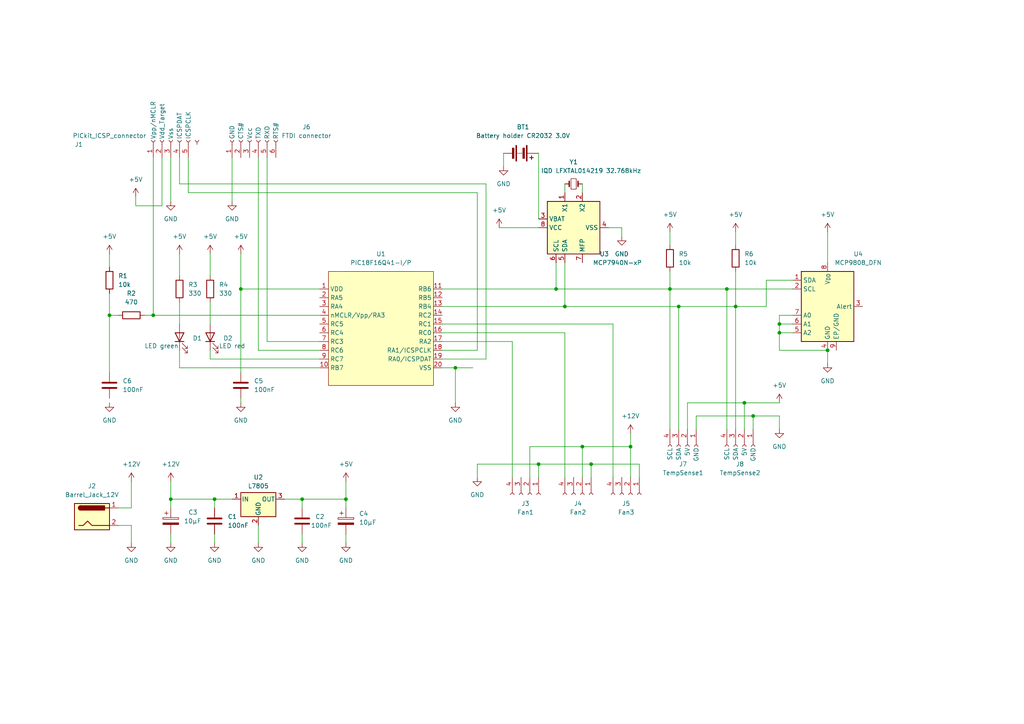
<source format=kicad_sch>
(kicad_sch (version 20230121) (generator eeschema)
  (paper "A4")
  (lib_symbols
    (symbol "Connector:Barrel_Jack" (pin_names (offset 1.016))
      (property "Reference" "J" (at 0 5.334 0))
      (property "Value" "Barrel_Jack" (at 0 -5.08 0))
      (symbol "Barrel_Jack_0_1"
        (rectangle (start -5.08 3.81) (end 5.08 -3.81) (stroke (width 0.254)) (fill (type background)))
        (arc (start -3.302 3.175) (mid -3.9343 2.54) (end -3.302 1.905) (stroke (width 0.254)))
        (arc (start -3.302 3.175) (mid -3.9343 2.54) (end -3.302 1.905) (stroke (width 0.254)) (fill (type outline)))
        (polyline (pts (xy 5.08 2.54) (xy 3.81 2.54)) (stroke (width 0.254)))
        (polyline (pts (xy -3.81 -2.54) (xy -2.54 -2.54) (xy -1.27 -1.27) (xy 0 -2.54) (xy 2.54 -2.54) (xy 5.08 -2.54)) (stroke (width 0.254)))
        (rectangle (start 3.683 3.175) (end -3.302 1.905) (stroke (width 0.254)) (fill (type outline)))
      )
      (symbol "Barrel_Jack_1_1"
        (pin passive line (at 7.62 2.54 180) (length 2.54) (name "~") (number "1"))
        (pin passive line (at 7.62 -2.54 180) (length 2.54) (name "~") (number "2"))
      )
    )
    (symbol "Connector:Conn_01x04_Socket" (pin_names (offset 1.016) hide)
      (property "Reference" "J" (at 0 5.08 0))
      (property "Value" "Conn_01x04_Socket" (at 0 -7.62 0))
      (symbol "Conn_01x04_Socket_1_1"
        (arc (start 0 -4.572) (mid -0.5058 -5.08) (end 0 -5.588) (stroke (width 0.1524)))
        (arc (start 0 -2.032) (mid -0.5058 -2.54) (end 0 -3.048) (stroke (width 0.1524)))
        (polyline (pts (xy -1.27 -5.08) (xy -0.508 -5.08)) (stroke (width 0.1524)))
        (polyline (pts (xy -1.27 -2.54) (xy -0.508 -2.54)) (stroke (width 0.1524)))
        (polyline (pts (xy -1.27 0) (xy -0.508 0)) (stroke (width 0.1524)))
        (polyline (pts (xy -1.27 2.54) (xy -0.508 2.54)) (stroke (width 0.1524)))
        (arc (start 0 0.508) (mid -0.5058 0) (end 0 -0.508) (stroke (width 0.1524)))
        (arc (start 0 3.048) (mid -0.5058 2.54) (end 0 2.032) (stroke (width 0.1524)))
        (pin passive line (at -5.08 2.54 0) (length 3.81) (name "Pin_1") (number "1"))
        (pin passive line (at -5.08 0 0) (length 3.81) (name "Pin_2") (number "2"))
        (pin passive line (at -5.08 -2.54 0) (length 3.81) (name "Pin_3") (number "3"))
        (pin passive line (at -5.08 -5.08 0) (length 3.81) (name "Pin_4") (number "4"))
      )
    )
    (symbol "Device:Battery" (pin_numbers hide) (pin_names (offset 0) hide)
      (property "Reference" "BT" (at 2.54 2.54 0))
      (property "Value" "Battery" (at 2.54 0 0))
      (symbol "Battery_0_1"
        (rectangle (start -2.286 -1.27) (end 2.286 -1.524) (fill (type outline)))
        (rectangle (start -2.286 1.778) (end 2.286 1.524) (fill (type outline)))
        (rectangle (start -1.524 -2.032) (end 1.524 -2.54) (fill (type outline)))
        (rectangle (start -1.524 1.016) (end 1.524 0.508) (fill (type outline)))
        (polyline (pts (xy 0 -1.016) (xy 0 -0.762)))
        (polyline (pts (xy 0 -0.508) (xy 0 -0.254)))
        (polyline (pts (xy 0 0) (xy 0 0.254)))
        (polyline (pts (xy 0 1.778) (xy 0 2.54)))
        (polyline (pts (xy 0.762 3.048) (xy 1.778 3.048)) (stroke (width 0.254)))
        (polyline (pts (xy 1.27 3.556) (xy 1.27 2.54)) (stroke (width 0.254)))
      )
      (symbol "Battery_1_1"
        (pin passive line (at 0 5.08 270) (length 2.54) (name "+") (number "1"))
        (pin passive line (at 0 -5.08 90) (length 2.54) (name "-") (number "2"))
      )
    )
    (symbol "Device:C" (pin_numbers hide) (pin_names (offset 0.254))
      (property "Reference" "C" (at 0.635 2.54 0))
      (property "Value" "C" (at 0.635 -2.54 0))
      (symbol "C_0_1"
        (polyline (pts (xy -2.032 -0.762) (xy 2.032 -0.762)) (stroke (width 0.508)))
        (polyline (pts (xy -2.032 0.762) (xy 2.032 0.762)) (stroke (width 0.508)))
      )
      (symbol "C_1_1"
        (pin passive line (at 0 3.81 270) (length 2.794) (name "~") (number "1"))
        (pin passive line (at 0 -3.81 90) (length 2.794) (name "~") (number "2"))
      )
    )
    (symbol "Device:C_Polarized" (pin_numbers hide) (pin_names (offset 0.254))
      (property "Reference" "C" (at 0.635 2.54 0))
      (property "Value" "C_Polarized" (at 0.635 -2.54 0))
      (symbol "C_Polarized_0_1"
        (rectangle (start -2.286 0.508) (end 2.286 1.016))
        (polyline (pts (xy -1.778 2.286) (xy -0.762 2.286)))
        (polyline (pts (xy -1.27 2.794) (xy -1.27 1.778)))
        (rectangle (start 2.286 -0.508) (end -2.286 -1.016) (fill (type outline)))
      )
      (symbol "C_Polarized_1_1"
        (pin passive line (at 0 3.81 270) (length 2.794) (name "~") (number "1"))
        (pin passive line (at 0 -3.81 90) (length 2.794) (name "~") (number "2"))
      )
    )
    (symbol "Device:Crystal_Small" (pin_numbers hide) (pin_names (offset 1.016) hide)
      (property "Reference" "Y" (at 0 2.54 0))
      (property "Value" "Crystal_Small" (at 0 -2.54 0))
      (symbol "Crystal_Small_0_1"
        (rectangle (start -0.762 -1.524) (end 0.762 1.524))
        (polyline (pts (xy -1.27 -0.762) (xy -1.27 0.762)) (stroke (width 0.381)))
        (polyline (pts (xy 1.27 -0.762) (xy 1.27 0.762)) (stroke (width 0.381)))
      )
      (symbol "Crystal_Small_1_1"
        (pin passive line (at -2.54 0 0) (length 1.27) (name "1") (number "1"))
        (pin passive line (at 2.54 0 180) (length 1.27) (name "2") (number "2"))
      )
    )
    (symbol "Device:LED" (pin_numbers hide) (pin_names (offset 1.016) hide)
      (property "Reference" "D" (at 0 2.54 0))
      (property "Value" "LED" (at 0 -2.54 0))
      (symbol "LED_0_1"
        (polyline (pts (xy -1.27 -1.27) (xy -1.27 1.27)) (stroke (width 0.254)))
        (polyline (pts (xy -1.27 0) (xy 1.27 0)))
        (polyline (pts (xy 1.27 -1.27) (xy 1.27 1.27) (xy -1.27 0) (xy 1.27 -1.27)) (stroke (width 0.254)))
        (polyline (pts (xy -3.048 -0.762) (xy -4.572 -2.286) (xy -3.81 -2.286) (xy -4.572 -2.286) (xy -4.572 -1.524)))
        (polyline (pts (xy -1.778 -0.762) (xy -3.302 -2.286) (xy -2.54 -2.286) (xy -3.302 -2.286) (xy -3.302 -1.524)))
      )
      (symbol "LED_1_1"
        (pin passive line (at -3.81 0 0) (length 2.54) (name "K") (number "1"))
        (pin passive line (at 3.81 0 180) (length 2.54) (name "A") (number "2"))
      )
    )
    (symbol "Device:R" (pin_numbers hide) (pin_names (offset 0))
      (property "Reference" "R" (at 2.032 0 90))
      (property "Value" "R" (at 0 0 90))
      (symbol "R_0_1"
        (rectangle (start -1.016 -2.54) (end 1.016 2.54) (stroke (width 0.254)))
      )
      (symbol "R_1_1"
        (pin passive line (at 0 3.81 270) (length 1.27) (name "~") (number "1"))
        (pin passive line (at 0 -3.81 90) (length 1.27) (name "~") (number "2"))
      )
    )
    (symbol "New_Library:FTDI connector 6pin" (pin_names (offset 1.524))
      (property "Reference" "J" (at 2.54 12.7 0))
      (property "Value" "FTDI connector" (at 2.54 10.16 0))
      (symbol "FTDI connector 6pin_1_1"
        (polyline (pts (xy 3.81 -6.35) (xy 4.572 -6.35)) (stroke (width 0.1524)))
        (polyline (pts (xy 3.81 -3.81) (xy 4.572 -3.81)) (stroke (width 0.1524)))
        (polyline (pts (xy 3.81 -1.27) (xy 4.572 -1.27)) (stroke (width 0.1524)))
        (polyline (pts (xy 3.81 1.27) (xy 4.572 1.27)) (stroke (width 0.1524)))
        (polyline (pts (xy 3.81 3.81) (xy 4.572 3.81)) (stroke (width 0.1524)))
        (polyline (pts (xy 3.81 6.35) (xy 4.572 6.35)) (stroke (width 0.1524)))
        (arc (start 5.08 -5.842) (mid 4.5742 -6.35) (end 5.08 -6.858) (stroke (width 0.1524)))
        (arc (start 5.08 -3.302) (mid 4.5742 -3.81) (end 5.08 -4.318) (stroke (width 0.1524)))
        (arc (start 5.08 -0.762) (mid 4.5742 -1.27) (end 5.08 -1.778) (stroke (width 0.1524)))
        (arc (start 5.08 1.778) (mid 4.5742 1.27) (end 5.08 0.762) (stroke (width 0.1524)))
        (arc (start 5.08 4.318) (mid 4.5742 3.81) (end 5.08 3.302) (stroke (width 0.1524)))
        (arc (start 5.08 6.858) (mid 4.5742 6.35) (end 5.08 5.842) (stroke (width 0.1524)))
        (pin power_in line (at 0 6.35 0) (length 3.81) (name "GND") (number "1"))
        (pin bidirectional line (at 0 3.81 0) (length 3.81) (name "CTS#") (number "2"))
        (pin power_in line (at 0 1.27 0) (length 3.81) (name "Vcc") (number "3"))
        (pin bidirectional line (at 0 -1.27 0) (length 3.81) (name "TXD") (number "4"))
        (pin bidirectional line (at 0 -3.81 0) (length 3.81) (name "RXD") (number "5"))
        (pin bidirectional line (at 0 -6.35 0) (length 3.81) (name "RTS#") (number "6"))
      )
    )
    (symbol "New_Library:I2C connector" (pin_names (offset 1.524))
      (property "Reference" "J" (at 0 5.08 0))
      (property "Value" "I2C connector" (at 0 -7.62 0))
      (symbol "I2C connector_1_1"
        (arc (start 0 -4.572) (mid -0.5058 -5.08) (end 0 -5.588) (stroke (width 0.1524)))
        (arc (start 0 -2.032) (mid -0.5058 -2.54) (end 0 -3.048) (stroke (width 0.1524)))
        (polyline (pts (xy -1.27 -5.08) (xy -0.508 -5.08)) (stroke (width 0.1524)))
        (polyline (pts (xy -1.27 -2.54) (xy -0.508 -2.54)) (stroke (width 0.1524)))
        (polyline (pts (xy -1.27 0) (xy -0.508 0)) (stroke (width 0.1524)))
        (polyline (pts (xy -1.27 2.54) (xy -0.508 2.54)) (stroke (width 0.1524)))
        (arc (start 0 0.508) (mid -0.5058 0) (end 0 -0.508) (stroke (width 0.1524)))
        (arc (start 0 3.048) (mid -0.5058 2.54) (end 0 2.032) (stroke (width 0.1524)))
        (pin power_out line (at -5.08 2.54 0) (length 3.81) (name "GND") (number "1"))
        (pin power_out line (at -5.08 0 0) (length 3.81) (name "5V") (number "2"))
        (pin bidirectional line (at -5.08 -2.54 0) (length 3.81) (name "SDA") (number "3"))
        (pin bidirectional line (at -5.08 -5.08 0) (length 3.81) (name "SCL") (number "4"))
      )
    )
    (symbol "New_Library:PIC18F16Q41-I/P"
      (property "Reference" "U" (at -5.08 20.32 0))
      (property "Value" "PIC18F16Q41-I/P" (at 0 17.78 0))
      (symbol "PIC18F16Q41-I/P_1_1"
        (rectangle (start -15.24 16.51) (end 15.24 -16.51) (fill (type background)))
        (pin power_in line (at -17.78 11.43 0) (length 2.54) (name "VDD") (number "1"))
        (pin bidirectional line (at -17.78 -11.43 0) (length 2.54) (name "RB7") (number "10"))
        (pin bidirectional line (at 17.78 11.43 180) (length 2.54) (name "RB6") (number "11"))
        (pin bidirectional line (at 17.78 8.89 180) (length 2.54) (name "RB5") (number "12"))
        (pin bidirectional line (at 17.78 6.35 180) (length 2.54) (name "RB4") (number "13"))
        (pin bidirectional line (at 17.78 3.81 180) (length 2.54) (name "RC2") (number "14"))
        (pin bidirectional line (at 17.78 1.27 180) (length 2.54) (name "RC1") (number "15"))
        (pin bidirectional line (at 17.78 -1.27 180) (length 2.54) (name "RC0") (number "16"))
        (pin bidirectional line (at 17.78 -3.81 180) (length 2.54) (name "RA2") (number "17"))
        (pin bidirectional line (at 17.78 -6.35 180) (length 2.54) (name "RA1/ICSPCLK") (number "18"))
        (pin bidirectional line (at 17.78 -8.89 180) (length 2.54) (name "RA0/ICSPDAT") (number "19"))
        (pin bidirectional line (at -17.78 8.89 0) (length 2.54) (name "RA5") (number "2"))
        (pin power_in line (at 17.78 -11.43 180) (length 2.54) (name "VSS") (number "20"))
        (pin bidirectional line (at -17.78 6.35 0) (length 2.54) (name "RA4") (number "3"))
        (pin bidirectional line (at -17.78 3.81 0) (length 2.54) (name "nMCLR/Vpp/RA3") (number "4"))
        (pin bidirectional line (at -17.78 1.27 0) (length 2.54) (name "RC5") (number "5"))
        (pin bidirectional line (at -17.78 -1.27 0) (length 2.54) (name "RC4") (number "6"))
        (pin bidirectional line (at -17.78 -3.81 0) (length 2.54) (name "RC3") (number "7"))
        (pin bidirectional line (at -17.78 -6.35 0) (length 2.54) (name "RC6") (number "8"))
        (pin bidirectional line (at -17.78 -8.89 0) (length 2.54) (name "RC7") (number "9"))
      )
    )
    (symbol "New_Library:PICkit_ICD_ICSP_connector" (pin_names (offset 1.524))
      (property "Reference" "J" (at 2.54 12.7 0))
      (property "Value" "PICkit_ICSP_connector" (at 2.54 10.16 0))
      (symbol "PICkit_ICD_ICSP_connector_1_1"
        (polyline (pts (xy 3.81 -6.35) (xy 4.572 -6.35)) (stroke (width 0.1524)))
        (polyline (pts (xy 3.81 -3.81) (xy 4.572 -3.81)) (stroke (width 0.1524)))
        (polyline (pts (xy 3.81 -1.27) (xy 4.572 -1.27)) (stroke (width 0.1524)))
        (polyline (pts (xy 3.81 1.27) (xy 4.572 1.27)) (stroke (width 0.1524)))
        (polyline (pts (xy 3.81 3.81) (xy 4.572 3.81)) (stroke (width 0.1524)))
        (polyline (pts (xy 3.81 6.35) (xy 4.572 6.35)) (stroke (width 0.1524)))
        (arc (start 5.08 -5.842) (mid 4.5742 -6.35) (end 5.08 -6.858) (stroke (width 0.1524)))
        (arc (start 5.08 -3.302) (mid 4.5742 -3.81) (end 5.08 -4.318) (stroke (width 0.1524)))
        (arc (start 5.08 -0.762) (mid 4.5742 -1.27) (end 5.08 -1.778) (stroke (width 0.1524)))
        (arc (start 5.08 1.778) (mid 4.5742 1.27) (end 5.08 0.762) (stroke (width 0.1524)))
        (arc (start 5.08 4.318) (mid 4.5742 3.81) (end 5.08 3.302) (stroke (width 0.1524)))
        (arc (start 5.08 6.858) (mid 4.5742 6.35) (end 5.08 5.842) (stroke (width 0.1524)))
        (pin passive line (at 0 6.35 0) (length 3.81) (name "Vpp/nMCLR") (number "1"))
        (pin passive line (at 0 3.81 0) (length 3.81) (name "Vdd_Target") (number "2"))
        (pin passive line (at 0 1.27 0) (length 3.81) (name "Vss") (number "3"))
        (pin passive line (at 0 -1.27 0) (length 3.81) (name "ICSPDAT") (number "4"))
        (pin passive line (at 0 -3.81 0) (length 3.81) (name "ICSPCLK") (number "5"))
        (pin no_connect line (at 0 -6.35 0) (length 3.81) hide (name "No_Connect") (number "6"))
      )
    )
    (symbol "Regulator_Linear:L7805" (pin_names (offset 0.254))
      (property "Reference" "U" (at -3.81 3.175 0))
      (property "Value" "L7805" (at 0 3.175 0))
      (symbol "L7805_0_1"
        (rectangle (start -5.08 1.905) (end 5.08 -5.08) (stroke (width 0.254)) (fill (type background)))
      )
      (symbol "L7805_1_1"
        (pin power_in line (at -7.62 0 0) (length 2.54) (name "IN") (number "1"))
        (pin power_in line (at 0 -7.62 90) (length 2.54) (name "GND") (number "2"))
        (pin power_out line (at 7.62 0 180) (length 2.54) (name "OUT") (number "3"))
      )
    )
    (symbol "Sensor_Temperature:MCP9808_DFN"
      (property "Reference" "U" (at -6.35 11.43 0))
      (property "Value" "MCP9808_DFN" (at 10.16 11.43 0))
      (symbol "MCP9808_DFN_0_1"
        (rectangle (start -7.62 10.16) (end 7.62 -10.16) (stroke (width 0.254)) (fill (type background)))
      )
      (symbol "MCP9808_DFN_1_1"
        (pin bidirectional line (at -10.16 7.62 0) (length 2.54) (name "SDA") (number "1"))
        (pin input line (at -10.16 5.08 0) (length 2.54) (name "SCL") (number "2"))
        (pin output line (at 10.16 0 180) (length 2.54) (name "Alert") (number "3"))
        (pin power_in line (at 0 -12.7 90) (length 2.54) (name "GND") (number "4"))
        (pin input line (at -10.16 -7.62 0) (length 2.54) (name "A2") (number "5"))
        (pin input line (at -10.16 -5.08 0) (length 2.54) (name "A1") (number "6"))
        (pin input line (at -10.16 -2.54 0) (length 2.54) (name "A0") (number "7"))
        (pin power_in line (at 0 12.7 270) (length 2.54) (name "V_{DD}") (number "8"))
        (pin power_in line (at 2.54 -12.7 90) (length 2.54) (name "EP/GND") (number "9"))
      )
    )
    (symbol "Timer_RTC:MCP7940N-xP"
      (property "Reference" "U" (at -6.35 8.89 0))
      (property "Value" "MCP7940N-xP" (at 11.43 8.89 0))
      (symbol "MCP7940N-xP_0_1"
        (rectangle (start -7.62 7.62) (end 7.62 -7.62) (stroke (width 0.254)) (fill (type background)))
      )
      (symbol "MCP7940N-xP_1_1"
        (pin input line (at 10.16 2.54 180) (length 2.54) (name "X1") (number "1"))
        (pin output line (at 10.16 -2.54 180) (length 2.54) (name "X2") (number "2"))
        (pin power_in line (at 2.54 10.16 270) (length 2.54) (name "VBAT") (number "3"))
        (pin power_in line (at 0 -10.16 90) (length 2.54) (name "VSS") (number "4"))
        (pin bidirectional line (at -10.16 2.54 0) (length 2.54) (name "SDA") (number "5"))
        (pin input line (at -10.16 5.08 0) (length 2.54) (name "SCL") (number "6"))
        (pin open_collector line (at -10.16 -2.54 0) (length 2.54) (name "MFP") (number "7"))
        (pin power_in line (at 0 10.16 270) (length 2.54) (name "VCC") (number "8"))
      )
    )
    (symbol "power:+12V" (power) (pin_names (offset 0))
      (property "Value" "+12V" (at 0 3.556 0))
      (symbol "+12V_0_1"
        (polyline (pts (xy -0.762 1.27) (xy 0 2.54)))
        (polyline (pts (xy 0 0) (xy 0 2.54)))
        (polyline (pts (xy 0 2.54) (xy 0.762 1.27)))
      )
      (symbol "+12V_1_1"
        (pin power_in line (at 0 0 90) (length 0) hide (name "+12V") (number "1"))
      )
    )
    (symbol "power:+5V" (power) (pin_names (offset 0))
      (property "Value" "+5V" (at 0 3.556 0))
      (symbol "+5V_0_1"
        (polyline (pts (xy -0.762 1.27) (xy 0 2.54)))
        (polyline (pts (xy 0 0) (xy 0 2.54)))
        (polyline (pts (xy 0 2.54) (xy 0.762 1.27)))
      )
      (symbol "+5V_1_1"
        (pin power_in line (at 0 0 90) (length 0) hide (name "+5V") (number "1"))
      )
    )
    (symbol "power:GND" (power) (pin_names (offset 0))
      (property "Value" "GND" (at 0 -3.81 0))
      (symbol "GND_0_1"
        (polyline (pts (xy 0 0) (xy 0 -1.27) (xy 1.27 -1.27) (xy 0 -2.54) (xy -1.27 -1.27) (xy 0 -1.27)))
      )
      (symbol "GND_1_1"
        (pin power_in line (at 0 0 270) (length 0) hide (name "GND") (number "1"))
      )
    )
  )
  (junction (at 132.08 106.68))
  (junction (at 215.9 116.84))
  (junction (at 218.44 120.65))
  (junction (at 226.06 96.52))
  (junction (at 62.23 144.78))
  (junction (at 171.45 134.62))
  (junction (at 210.82 83.82))
  (junction (at 161.29 83.82))
  (junction (at 168.91 129.54))
  (junction (at 240.03 101.6))
  (junction (at 196.85 88.9))
  (junction (at 226.06 93.98))
  (junction (at 69.85 83.82))
  (junction (at 213.36 88.9))
  (junction (at 100.33 144.78))
  (junction (at 87.63 144.78))
  (junction (at 31.75 91.44))
  (junction (at 182.88 129.54))
  (junction (at 163.83 88.9))
  (junction (at 44.45 91.44))
  (junction (at 156.21 134.62))
  (junction (at 49.53 144.78))
  (junction (at 194.31 83.82))
  (wire (pts (xy 213.36 78.74) (xy 213.36 88.9)))
  (wire (pts (xy 44.45 45.72) (xy 44.45 91.44)))
  (wire (pts (xy 100.33 139.7) (xy 100.33 144.78)))
  (wire (pts (xy 210.82 83.82) (xy 210.82 124.46)))
  (wire (pts (xy 41.91 91.44) (xy 44.45 91.44)))
  (wire (pts (xy 31.75 91.44) (xy 34.29 91.44)))
  (wire (pts (xy 156.21 44.45) (xy 156.21 63.5)))
  (wire (pts (xy 38.1 147.32) (xy 38.1 139.7)))
  (wire (pts (xy 100.33 147.32) (xy 100.33 144.78)))
  (wire (pts (xy 168.91 138.43) (xy 168.91 129.54)))
  (wire (pts (xy 213.36 67.31) (xy 213.36 71.12)))
  (wire (pts (xy 49.53 45.72) (xy 49.53 58.42)))
  (wire (pts (xy 87.63 144.78) (xy 100.33 144.78)))
  (wire (pts (xy 49.53 147.32) (xy 49.53 144.78)))
  (wire (pts (xy 182.88 125.73) (xy 182.88 129.54)))
  (wire (pts (xy 34.29 152.4) (xy 38.1 152.4)))
  (wire (pts (xy 52.07 87.63) (xy 52.07 93.98)))
  (wire (pts (xy 62.23 147.32) (xy 62.23 144.78)))
  (wire (pts (xy 140.97 53.34) (xy 140.97 104.14)))
  (wire (pts (xy 222.25 88.9) (xy 222.25 81.28)))
  (wire (pts (xy 87.63 144.78) (xy 87.63 147.32)))
  (wire (pts (xy 60.96 73.66) (xy 60.96 80.01)))
  (wire (pts (xy 196.85 88.9) (xy 213.36 88.9)))
  (wire (pts (xy 128.27 96.52) (xy 163.83 96.52)))
  (wire (pts (xy 156.21 134.62) (xy 156.21 138.43)))
  (wire (pts (xy 226.06 101.6) (xy 240.03 101.6)))
  (wire (pts (xy 161.29 83.82) (xy 194.31 83.82)))
  (wire (pts (xy 49.53 144.78) (xy 62.23 144.78)))
  (wire (pts (xy 52.07 53.34) (xy 140.97 53.34)))
  (wire (pts (xy 138.43 134.62) (xy 156.21 134.62)))
  (wire (pts (xy 153.67 129.54) (xy 153.67 138.43)))
  (wire (pts (xy 226.06 93.98) (xy 229.87 93.98)))
  (wire (pts (xy 148.59 99.06) (xy 148.59 138.43)))
  (wire (pts (xy 161.29 76.2) (xy 161.29 83.82)))
  (wire (pts (xy 163.83 88.9) (xy 196.85 88.9)))
  (wire (pts (xy 194.31 83.82) (xy 194.31 124.46)))
  (wire (pts (xy 213.36 88.9) (xy 213.36 124.46)))
  (wire (pts (xy 185.42 134.62) (xy 171.45 134.62)))
  (wire (pts (xy 215.9 116.84) (xy 199.39 116.84)))
  (wire (pts (xy 185.42 134.62) (xy 185.42 138.43)))
  (wire (pts (xy 100.33 154.94) (xy 100.33 157.48)))
  (wire (pts (xy 77.47 45.72) (xy 77.47 99.06)))
  (wire (pts (xy 128.27 104.14) (xy 140.97 104.14)))
  (wire (pts (xy 34.29 147.32) (xy 38.1 147.32)))
  (wire (pts (xy 60.96 101.6) (xy 60.96 104.14)))
  (wire (pts (xy 226.06 116.84) (xy 215.9 116.84)))
  (wire (pts (xy 69.85 83.82) (xy 92.71 83.82)))
  (wire (pts (xy 60.96 104.14) (xy 92.71 104.14)))
  (wire (pts (xy 128.27 101.6) (xy 138.43 101.6)))
  (wire (pts (xy 171.45 134.62) (xy 156.21 134.62)))
  (wire (pts (xy 226.06 120.65) (xy 218.44 120.65)))
  (wire (pts (xy 180.34 66.04) (xy 180.34 68.58)))
  (wire (pts (xy 128.27 99.06) (xy 148.59 99.06)))
  (wire (pts (xy 52.07 45.72) (xy 52.07 53.34)))
  (wire (pts (xy 67.31 45.72) (xy 67.31 58.42)))
  (wire (pts (xy 132.08 106.68) (xy 137.16 106.68)))
  (wire (pts (xy 74.93 101.6) (xy 74.93 45.72)))
  (wire (pts (xy 168.91 53.34) (xy 168.91 55.88)))
  (wire (pts (xy 240.03 67.31) (xy 240.03 76.2)))
  (wire (pts (xy 128.27 106.68) (xy 132.08 106.68)))
  (wire (pts (xy 52.07 73.66) (xy 52.07 80.01)))
  (wire (pts (xy 168.91 129.54) (xy 182.88 129.54)))
  (wire (pts (xy 87.63 154.94) (xy 87.63 157.48)))
  (wire (pts (xy 62.23 144.78) (xy 67.31 144.78)))
  (wire (pts (xy 226.06 96.52) (xy 226.06 101.6)))
  (wire (pts (xy 153.67 129.54) (xy 168.91 129.54)))
  (wire (pts (xy 199.39 116.84) (xy 199.39 124.46)))
  (wire (pts (xy 138.43 101.6) (xy 138.43 55.88)))
  (wire (pts (xy 52.07 106.68) (xy 92.71 106.68)))
  (wire (pts (xy 128.27 88.9) (xy 163.83 88.9)))
  (wire (pts (xy 138.43 138.43) (xy 138.43 134.62)))
  (wire (pts (xy 215.9 116.84) (xy 215.9 124.46)))
  (wire (pts (xy 52.07 101.6) (xy 52.07 106.68)))
  (wire (pts (xy 49.53 154.94) (xy 49.53 157.48)))
  (wire (pts (xy 69.85 115.57) (xy 69.85 116.84)))
  (wire (pts (xy 222.25 81.28) (xy 229.87 81.28)))
  (wire (pts (xy 31.75 85.09) (xy 31.75 91.44)))
  (wire (pts (xy 226.06 91.44) (xy 226.06 93.98)))
  (wire (pts (xy 194.31 83.82) (xy 210.82 83.82)))
  (wire (pts (xy 194.31 78.74) (xy 194.31 83.82)))
  (wire (pts (xy 194.31 67.31) (xy 194.31 71.12)))
  (wire (pts (xy 46.99 45.72) (xy 46.99 59.69)))
  (wire (pts (xy 138.43 55.88) (xy 54.61 55.88)))
  (wire (pts (xy 69.85 73.66) (xy 69.85 83.82)))
  (wire (pts (xy 38.1 152.4) (xy 38.1 157.48)))
  (wire (pts (xy 210.82 83.82) (xy 229.87 83.82)))
  (wire (pts (xy 240.03 101.6) (xy 240.03 105.41)))
  (wire (pts (xy 31.75 73.66) (xy 31.75 77.47)))
  (wire (pts (xy 74.93 152.4) (xy 74.93 157.48)))
  (wire (pts (xy 177.8 93.98) (xy 177.8 138.43)))
  (wire (pts (xy 226.06 124.46) (xy 226.06 120.65)))
  (wire (pts (xy 226.06 96.52) (xy 229.87 96.52)))
  (wire (pts (xy 46.99 59.69) (xy 39.37 59.69)))
  (wire (pts (xy 128.27 83.82) (xy 161.29 83.82)))
  (wire (pts (xy 177.8 93.98) (xy 128.27 93.98)))
  (wire (pts (xy 69.85 83.82) (xy 69.85 107.95)))
  (wire (pts (xy 92.71 101.6) (xy 74.93 101.6)))
  (wire (pts (xy 218.44 120.65) (xy 218.44 124.46)))
  (wire (pts (xy 213.36 88.9) (xy 222.25 88.9)))
  (wire (pts (xy 82.55 144.78) (xy 87.63 144.78)))
  (wire (pts (xy 171.45 138.43) (xy 171.45 134.62)))
  (wire (pts (xy 226.06 93.98) (xy 226.06 96.52)))
  (wire (pts (xy 31.75 91.44) (xy 31.75 107.95)))
  (wire (pts (xy 144.78 66.04) (xy 156.21 66.04)))
  (wire (pts (xy 163.83 96.52) (xy 163.83 138.43)))
  (wire (pts (xy 44.45 91.44) (xy 92.71 91.44)))
  (wire (pts (xy 54.61 45.72) (xy 54.61 55.88)))
  (wire (pts (xy 182.88 129.54) (xy 182.88 138.43)))
  (wire (pts (xy 163.83 53.34) (xy 163.83 55.88)))
  (wire (pts (xy 77.47 99.06) (xy 92.71 99.06)))
  (wire (pts (xy 60.96 87.63) (xy 60.96 93.98)))
  (wire (pts (xy 201.93 120.65) (xy 218.44 120.65)))
  (wire (pts (xy 39.37 57.15) (xy 39.37 59.69)))
  (wire (pts (xy 229.87 91.44) (xy 226.06 91.44)))
  (wire (pts (xy 62.23 154.94) (xy 62.23 157.48)))
  (wire (pts (xy 201.93 124.46) (xy 201.93 120.65)))
  (wire (pts (xy 146.05 44.45) (xy 146.05 48.26)))
  (wire (pts (xy 163.83 76.2) (xy 163.83 88.9)))
  (wire (pts (xy 132.08 106.68) (xy 132.08 116.84)))
  (wire (pts (xy 176.53 66.04) (xy 180.34 66.04)))
  (wire (pts (xy 49.53 139.7) (xy 49.53 144.78)))
  (wire (pts (xy 196.85 88.9) (xy 196.85 124.46)))
  (symbol (lib_id "power:+5V") (at 69.85 73.66 0) (unit 1)
    (property "Reference" "#PWR011" (effects hide))
    (property "Value" "+5V" (at 69.85 68.58 0))
  )
  (symbol (lib_id "Connector:Barrel_Jack") (at 26.67 149.86 0) (unit 1)
    (property "Reference" "J2" (at 26.67 140.97 0))
    (property "Value" "Barrel_Jack_12V" (at 26.67 143.51 0))
  )
  (symbol (lib_id "New_Library:FTDI connector 6pin") (at 73.66 45.72 90) (unit 1)
    (property "Reference" "J6" (at 88.9 36.83 90))
    (property "Value" "FTDI connector" (at 88.9 39.37 90))
  )
  (symbol (lib_id "Device:C_Polarized") (at 49.53 151.13 0) (unit 1)
    (property "Reference" "C3" (at 54.61 148.59 0) (effects (justify left)))
    (property "Value" "10µF" (at 53.34 151.13 0) (effects (justify left)))
  )
  (symbol (lib_id "power:+5V") (at 194.31 67.31 0) (unit 1)
    (property "Reference" "#PWR024" (effects hide))
    (property "Value" "+5V" (at 194.31 62.23 0))
  )
  (symbol (lib_id "power:GND") (at 226.06 124.46 0) (unit 1)
    (property "Reference" "#PWR022" (effects hide))
    (property "Value" "GND" (at 226.06 129.54 0))
  )
  (symbol (lib_id "New_Library:PIC18F16Q41-I/P") (at 110.49 95.25 0) (unit 1)
    (property "Reference" "U1" (at 110.49 73.66 0))
    (property "Value" "PIC18F16Q41-I/P" (at 110.49 76.2 0))
    (property "Footprint" "Package_DIP:DIP-20_W7.62mm" (effects hide))
    (property "Datasheet" "https://github.com/Commotari/Temperature_PWM_Fan_Control/blob/main/Parts/MCU/PIC18F06_16Q40_Data_Sheet_40002216D-2634590.pdf" (effects hide))
  )
  (symbol (lib_id "Device:R") (at 31.75 81.28 0) (unit 1)
    (property "Reference" "R1" (at 34.29 80.01 0) (effects (justify left)))
    (property "Value" "10k" (at 34.29 82.55 0) (effects (justify left)))
  )
  (symbol (lib_id "power:+5V") (at 226.06 116.84 0) (unit 1)
    (property "Reference" "#PWR023" (effects hide))
    (property "Value" "+5V" (at 226.06 111.76 0))
  )
  (symbol (lib_id "Device:Crystal_Small") (at 166.37 53.34 0) (unit 1)
    (property "Reference" "Y1" (at 166.37 46.99 0))
    (property "Value" "IQD LFXTAL014219 32.768kHz" (at 171.45 49.53 0))
  )
  (symbol (lib_id "Device:R") (at 60.96 83.82 0) (unit 1)
    (property "Reference" "R4" (at 63.5 82.55 0) (effects (justify left)))
    (property "Value" "330" (at 63.5 85.09 0) (effects (justify left)))
  )
  (symbol (lib_id "Device:LED") (at 52.07 97.79 90) (unit 1)
    (property "Reference" "D1" (at 55.88 98.1075 90) (effects (justify right)))
    (property "Value" "LED green" (at 41.91 100.33 90) (effects (justify right)))
    (property "Datasheet" "https://cdn-reichelt.de/documents/datenblatt/C700/2111O173.pdf" (effects hide))
  )
  (symbol (lib_id "Device:C_Polarized") (at 100.33 151.13 0) (unit 1)
    (property "Reference" "C4" (at 104.14 148.971 0) (effects (justify left)))
    (property "Value" "10µF" (at 104.14 151.511 0) (effects (justify left)))
  )
  (symbol (lib_id "Device:C") (at 69.85 111.76 0) (unit 1)
    (property "Reference" "C5" (at 73.66 110.49 0) (effects (justify left)))
    (property "Value" "100nF" (at 73.66 113.03 0) (effects (justify left)))
  )
  (symbol (lib_id "Device:Battery") (at 151.13 44.45 270) (unit 1)
    (property "Reference" "BT1" (at 151.7015 36.83 90))
    (property "Value" "Battery holder CR2032 3.0V" (at 151.7015 39.37 90))
  )
  (symbol (lib_id "Device:R") (at 52.07 83.82 0) (unit 1)
    (property "Reference" "R3" (at 54.61 82.55 0) (effects (justify left)))
    (property "Value" "330" (at 54.61 85.09 0) (effects (justify left)))
  )
  (symbol (lib_id "power:GND") (at 240.03 105.41 0) (unit 1)
    (property "Reference" "#PWR030" (effects hide))
    (property "Value" "GND" (at 240.03 110.49 0))
  )
  (symbol (lib_id "power:+5V") (at 39.37 57.15 0) (unit 1)
    (property "Reference" "#PWR019" (effects hide))
    (property "Value" "+5V" (at 39.37 52.07 0))
  )
  (symbol (lib_id "power:GND") (at 69.85 116.84 0) (unit 1)
    (property "Reference" "#PWR012" (effects hide))
    (property "Value" "GND" (at 69.85 121.92 0))
  )
  (symbol (lib_id "Connector:Conn_01x04_Socket") (at 153.67 143.51 270) (unit 1)
    (property "Reference" "J3" (at 152.4 146.05 90))
    (property "Value" "Fan1" (at 152.4 148.59 90))
  )
  (symbol (lib_id "Sensor_Temperature:MCP9808_DFN") (at 240.03 88.9 0) (unit 1)
    (property "Reference" "U4" (at 248.92 73.66 0))
    (property "Value" "MCP9808_DFN" (at 248.92 76.2 0))
    (property "Footprint" "Package_DFN_QFN:DFN-8-1EP_3x2mm_P0.5mm_EP1.7x1.4mm" (effects hide))
    (property "Datasheet" "http://ww1.microchip.com/downloads/en/DeviceDoc/MCP9808-0.5C-Maximum-Accuracy-Digital-Temperature-Sensor-Data-Sheet-DS20005095B.pdf" (effects hide))
  )
  (symbol (lib_id "power:+12V") (at 182.88 125.73 0) (unit 1)
    (property "Reference" "#PWR014" (effects hide))
    (property "Value" "+12V" (at 182.88 120.65 0))
  )
  (symbol (lib_id "Device:LED") (at 60.96 97.79 90) (unit 1)
    (property "Reference" "D2" (at 64.77 98.1075 90) (effects (justify right)))
    (property "Value" "LED red" (at 63.5 100.33 90) (effects (justify right)))
    (property "Datasheet" "https://cdn-reichelt.de/documents/datenblatt/C700/2111O173.pdf" (effects hide))
  )
  (symbol (lib_id "power:GND") (at 38.1 157.48 0) (unit 1)
    (property "Reference" "#PWR01" (effects hide))
    (property "Value" "GND" (at 38.1 162.56 0))
  )
  (symbol (lib_id "power:+5V") (at 31.75 73.66 0) (unit 1)
    (property "Reference" "#PWR015" (effects hide))
    (property "Value" "+5V" (at 31.75 68.58 0))
  )
  (symbol (lib_id "power:GND") (at 100.33 157.48 0) (unit 1)
    (property "Reference" "#PWR07" (effects hide))
    (property "Value" "GND" (at 100.33 162.56 0))
  )
  (symbol (lib_id "power:GND") (at 138.43 138.43 0) (unit 1)
    (property "Reference" "#PWR013" (effects hide))
    (property "Value" "GND" (at 138.43 143.51 0))
  )
  (symbol (lib_id "power:+5V") (at 213.36 67.31 0) (unit 1)
    (property "Reference" "#PWR025" (effects hide))
    (property "Value" "+5V" (at 213.36 62.23 0))
  )
  (symbol (lib_id "power:+12V") (at 38.1 139.7 0) (unit 1)
    (property "Reference" "#PWR02" (effects hide))
    (property "Value" "+12V" (at 38.1 134.62 0))
  )
  (symbol (lib_id "power:GND") (at 87.63 157.48 0) (unit 1)
    (property "Reference" "#PWR05" (effects hide))
    (property "Value" "GND" (at 87.63 162.56 0))
  )
  (symbol (lib_id "Device:C") (at 62.23 151.13 0) (unit 1)
    (property "Reference" "C1" (at 66.04 149.86 0) (effects (justify left)))
    (property "Value" "100nF" (at 66.04 152.4 0) (effects (justify left)))
  )
  (symbol (lib_id "Regulator_Linear:L7805") (at 74.93 144.78 0) (unit 1)
    (property "Reference" "U2" (at 74.93 138.43 0))
    (property "Value" "L7805" (at 74.93 140.97 0))
    (property "Datasheet" "http://www.st.com/content/ccc/resource/technical/document/datasheet/41/4f/b3/b0/12/d4/47/88/CD00000444.pdf/files/CD00000444.pdf/jcr:content/translations/en.CD00000444.pdf" (effects hide))
  )
  (symbol (lib_id "power:GND") (at 67.31 58.42 0) (unit 1)
    (property "Reference" "#PWR021" (effects hide))
    (property "Value" "GND" (at 67.31 63.5 0))
  )
  (symbol (lib_id "New_Library:I2C connector") (at 199.39 129.54 270) (unit 1)
    (property "Reference" "J7" (at 198.12 134.62 90))
    (property "Value" "TempSense1" (at 198.12 137.16 90))
  )
  (symbol (lib_id "New_Library:I2C connector") (at 215.9 129.54 270) (unit 1)
    (property "Reference" "J8" (at 214.63 134.62 90))
    (property "Value" "TempSense2" (at 214.63 137.16 90))
  )
  (symbol (lib_id "New_Library:PICkit_ICD_ICSP_connector") (at 50.8 45.72 90) (unit 1)
    (property "Reference" "J1" (at 22.86 41.91 90))
    (property "Value" "PICkit_ICSP_connector" (at 31.75 39.37 90))
  )
  (symbol (lib_id "power:GND") (at 49.53 58.42 0) (unit 1)
    (property "Reference" "#PWR020" (effects hide))
    (property "Value" "GND" (at 49.53 63.5 0))
  )
  (symbol (lib_id "power:+5V") (at 240.03 67.31 0) (unit 1)
    (property "Reference" "#PWR029" (effects hide))
    (property "Value" "+5V" (at 240.03 62.23 0))
  )
  (symbol (lib_id "power:GND") (at 146.05 48.26 0) (unit 1)
    (property "Reference" "#PWR028" (effects hide))
    (property "Value" "GND" (at 146.05 53.34 0))
  )
  (symbol (lib_id "Timer_RTC:MCP7940N-xP") (at 166.37 66.04 90) (unit 1)
    (property "Reference" "U3" (at 175.26 73.66 90))
    (property "Value" "MCP7940N-xP" (at 179.07 76.2 90))
    (property "Datasheet" "http://ww1.microchip.com/downloads/en/DeviceDoc/20005010F.pdf" (effects hide))
  )
  (symbol (lib_id "power:GND") (at 62.23 157.48 0) (unit 1)
    (property "Reference" "#PWR04" (effects hide))
    (property "Value" "GND" (at 62.23 162.56 0))
  )
  (symbol (lib_id "power:GND") (at 180.34 68.58 0) (unit 1)
    (property "Reference" "#PWR026" (effects hide))
    (property "Value" "GND" (at 180.34 73.66 0))
  )
  (symbol (lib_id "Device:C") (at 31.75 111.76 0) (unit 1)
    (property "Reference" "C6" (at 35.56 110.49 0) (effects (justify left)))
    (property "Value" "100nF" (at 35.56 113.03 0) (effects (justify left)))
  )
  (symbol (lib_id "power:+5V") (at 60.96 73.66 0) (unit 1)
    (property "Reference" "#PWR018" (effects hide))
    (property "Value" "+5V" (at 60.96 68.58 0))
  )
  (symbol (lib_id "Device:R") (at 194.31 74.93 0) (unit 1)
    (property "Reference" "R5" (at 196.85 73.66 0) (effects (justify left)))
    (property "Value" "10k" (at 196.85 76.2 0) (effects (justify left)))
  )
  (symbol (lib_id "power:+5V") (at 52.07 73.66 0) (unit 1)
    (property "Reference" "#PWR017" (effects hide))
    (property "Value" "+5V" (at 52.07 68.58 0))
  )
  (symbol (lib_id "Connector:Conn_01x04_Socket") (at 168.91 143.51 270) (unit 1)
    (property "Reference" "J4" (at 167.64 146.05 90))
    (property "Value" "Fan2" (at 167.64 148.59 90))
  )
  (symbol (lib_id "Connector:Conn_01x04_Socket") (at 182.88 143.51 270) (unit 1)
    (property "Reference" "J5" (at 181.61 146.05 90))
    (property "Value" "Fan3" (at 181.61 148.59 90))
  )
  (symbol (lib_id "Device:R") (at 38.1 91.44 90) (unit 1)
    (property "Reference" "R2" (at 38.1 85.09 90))
    (property "Value" "470" (at 38.1 87.63 90))
  )
  (symbol (lib_id "power:GND") (at 31.75 116.84 0) (unit 1)
    (property "Reference" "#PWR016" (effects hide))
    (property "Value" "GND" (at 31.75 121.92 0))
  )
  (symbol (lib_id "power:GND") (at 49.53 157.48 0) (unit 1)
    (property "Reference" "#PWR06" (effects hide))
    (property "Value" "GND" (at 49.53 162.56 0))
  )
  (symbol (lib_id "power:+12V") (at 49.53 139.7 0) (unit 1)
    (property "Reference" "#PWR08" (effects hide))
    (property "Value" "+12V" (at 49.53 134.62 0))
  )
  (symbol (lib_id "power:GND") (at 74.93 157.48 0) (unit 1)
    (property "Reference" "#PWR03" (effects hide))
    (property "Value" "GND" (at 74.93 162.56 0))
  )
  (symbol (lib_id "Device:R") (at 213.36 74.93 0) (unit 1)
    (property "Reference" "R6" (at 215.9 73.66 0) (effects (justify left)))
    (property "Value" "10k" (at 215.9 76.2 0) (effects (justify left)))
  )
  (symbol (lib_id "power:+5V") (at 144.78 66.04 0) (unit 1)
    (property "Reference" "#PWR027" (effects hide))
    (property "Value" "+5V" (at 144.78 60.96 0))
  )
  (symbol (lib_id "power:+5V") (at 100.33 139.7 0) (unit 1)
    (property "Reference" "#PWR09" (effects hide))
    (property "Value" "+5V" (at 100.33 134.62 0))
  )
  (symbol (lib_id "Device:C") (at 87.63 151.13 0) (unit 1)
    (property "Reference" "C2" (at 91.44 149.86 0) (effects (justify left)))
    (property "Value" "100nF" (at 90.17 152.4 0) (effects (justify left)))
  )
  (symbol (lib_id "power:GND") (at 132.08 116.84 0) (unit 1)
    (property "Reference" "#PWR010" (effects hide))
    (property "Value" "GND" (at 132.08 121.92 0))
  )
)
</source>
